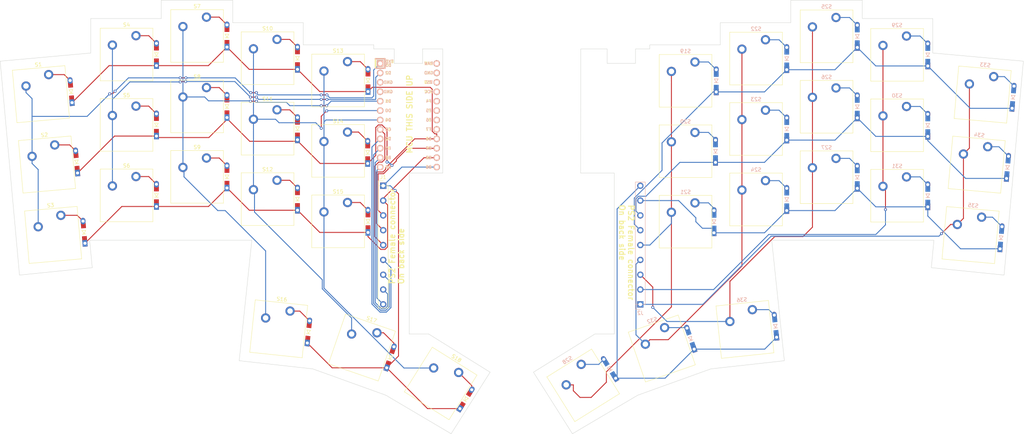
<source format=kicad_pcb>
(kicad_pcb (version 20221018) (generator pcbnew)
  (layers (0 "F.Cu" signal) (31 "B.Cu" signal) (34 "B.Paste" user) (35 "F.Paste" user) (36 "B.SilkS" user "B.Silkscreen") (37 "F.SilkS" user "F.Silkscreen") (38 "B.Mask" user) (39 "F.Mask" user) (44 "Edge.Cuts" user))
  (net 0 "")
  (net 1 "R4")
  (net 2 "Net-(D1-A)")
  (net 3 "Net-(D2-A)")
  (net 4 "Net-(D3-A)")
  (net 5 "Net-(D4-A)")
  (net 7 "Net-(D5-A)")
  (net 8 "R3")
  (net 9 "Net-(D6-A)")
  (net 10 "Net-(D7-A)")
  (net 11 "Net-(D8-A)")
  (net 12 "Net-(D9-A)")
  (net 13 "Net-(D10-A)")
  (net 14 "R2")
  (net 15 "Net-(D11-A)")
  (net 16 "Net-(D12-A)")
  (net 17 "Net-(D13-A)")
  (net 18 "Net-(D14-A)")
  (net 19 "Net-(D15-A)")
  (net 20 "R1")
  (net 21 "Net-(D16-A)")
  (net 22 "Net-(D17-A)")
  (net 23 "Net-(D18-A)")
  (net 24 "Net-(D19-A)")
  (net 25 "Net-(D20-A)")
  (net 26 "Net-(D21-A)")
  (net 27 "Net-(D22-A)")
  (net 28 "Net-(D23-A)")
  (net 29 "Net-(D24-A)")
  (net 30 "Net-(D25-A)")
  (net 31 "Net-(D26-A)")
  (net 32 "Net-(D27-A)")
  (net 33 "Net-(D28-A)")
  (net 34 "Net-(D29-A)")
  (net 35 "Net-(D30-A)")
  (net 36 "Net-(D31-A)")
  (net 37 "Net-(D32-A)")
  (net 38 "Net-(D33-A)")
  (net 39 "Net-(D34-A)")
  (net 40 "Net-(D35-A)")
  (net 41 "Net-(D36-A)")
  (net 42 "C6")
  (net 43 "C7")
  (net 44 "C8")
  (net 45 "C9")
  (net 46 "C10")
  (net 47 "C1")
  (net 48 "C2")
  (net 49 "C3")
  (net 50 "C4")
  (net 51 "C5")
  (net 52 "R4R")
  (net 53 "R3R")
  (net 54 "R2R")
  (net 55 "R1R")
  (net 56 "C10R")
  (net 57 "C9R")
  (net 58 "C8R")
  (net 59 "C7R")
  (net 60 "C6R")
  (footprint "Switch_Keyboard_Cherry_MX:SW_Cherry_MX_PCB_1.00u" (layer "F.Cu") (at 250.455964 94.699079)
    (fp_text reference "S31")
    (fp_text value "SW_Push")
  )
  (footprint "kbd:D3_TH_SMD_v2" (layer "F.Cu") (at 88.9 95.603631 90)
    (fp_text reference "D14" hide)
    (fp_text value "D_Small" hide)
  )
  (footprint "Switch_Keyboard_Cherry_MX:SW_Cherry_MX_PCB_1.00u" (layer "F.Cu") (at 212.455964 57.699079)
    (fp_text reference "S22")
    (fp_text value "SW_Push")
  )
  (footprint "Switch_Keyboard_Cherry_MX:SW_Cherry_MX_PCB_1.00u" (layer "F.Cu") (at 231.455964 51.699079)
    (fp_text reference "S25")
    (fp_text value "SW_Push")
  )
  (footprint "kbd:D3_TH_SMD_v2" (layer "F.Cu") (at 88.9 57.603631 90)
    (fp_text reference "D4" hide)
    (fp_text value "D_Small" hide)
  )
  (footprint "Switch_Keyboard_Cherry_MX:SW_Cherry_MX_PCB_1.00u" (layer "F.Cu") (at 61.847381 70.603631)
    (fp_text reference "S8")
    (fp_text value "SW_Push")
  )
  (footprint "Switch_Keyboard_Cherry_MX:SW_Cherry_MX_PCB_1.00u" (layer "F.Cu") (at 80.847381 76.603631)
    (fp_text reference "S11")
    (fp_text value "SW_Push")
  )
  (footprint "kbd:D3_TH_SMD_v2" (layer "F.Cu") (at 29.382957 85.577738 95)
    (fp_text reference "D6" hide)
    (fp_text value "D_Small" hide)
  )
  (footprint "Switch_Keyboard_Cherry_MX:SW_Cherry_MX_PCB_1.00u" (layer "F.Cu") (at 165.879855 145.841604 32)
    (fp_text reference "S28")
    (fp_text value "SW_Push")
  )
  (footprint "kbd:D3_TH_SMD_v2" (layer "F.Cu") (at 91.853649 131.434063 84)
    (fp_text reference "D16" hide)
    (fp_text value "D_Small" hide)
  )
  (footprint "Switch_Keyboard_Cherry_MX:SW_Cherry_MX_PCB_1.00u" (layer "F.Cu") (at 21.41117 86.275179 5)
    (fp_text reference "S2")
    (fp_text value "SW_Push")
  )
  (footprint "kbd:D3_TH_SMD_v2" (layer "F.Cu") (at 50.9 75.603631 90)
    (fp_text reference "D7" hide)
    (fp_text value "D_Small" hide)
  )
  (footprint "Switch_Keyboard_Cherry_MX:SW_Cherry_MX_PCB_1.00u" (layer "F.Cu") (at 271.900122 86.314073 -5)
    (fp_text reference "S34")
    (fp_text value "SW_Push")
  )
  (footprint "Switch_Keyboard_Cherry_MX:SW_Cherry_MX_PCB_1.00u" (layer "F.Cu") (at 42.847381 75.603631)
    (fp_text reference "S5")
    (fp_text value "SW_Push")
  )
  (footprint "kbd:D3_TH_SMD_v2" (layer "F.Cu") (at 69.9 89.603631 90)
    (fp_text reference "D13" hide)
    (fp_text value "D_Small" hide)
  )
  (footprint "kbd:D3_TH_SMD_v2" (layer "F.Cu") (at 27.9 66.6 95)
    (fp_text reference "D1" hide)
    (fp_text value "D_Small" hide)
  )
  (footprint "Switch_Keyboard_Cherry_MX:SW_Cherry_MX_PCB_1.00u" (layer "F.Cu") (at 42.847381 94.603631)
    (fp_text reference "S6")
    (fp_text value "SW_Push")
  )
  (footprint "Switch_Keyboard_Cherry_MX:SW_Cherry_MX_PCB_1.00u" (layer "F.Cu") (at 212.455964 76.699079)
    (fp_text reference "S23")
    (fp_text value "SW_Push")
  )
  (footprint "kbd:D3_TH_SMD_v2" (layer "F.Cu") (at 113.910976 138.2753 71)
    (fp_text reference "D17" hide)
    (fp_text value "D_Small" hide)
  )
  (footprint "kbd:D3_TH_SMD_v2" (layer "F.Cu") (at 107.823227 82.999079 90)
    (fp_text reference "D10" hide)
    (fp_text value "D_Small" hide)
  )
  (footprint "Switch_Keyboard_Cherry_MX:SW_Cherry_MX_PCB_1.00u" (layer "F.Cu") (at 250.455964 75.699079)
    (fp_text reference "S30")
    (fp_text value "SW_Push")
  )
  (footprint "kbd:D3_TH_SMD_v2" (layer "F.Cu") (at 107.9 63.6 90)
    (fp_text reference "D5" hide)
    (fp_text value "D_Small" hide)
  )
  (footprint "Switch_Keyboard_Cherry_MX:SW_Cherry_MX_PCB_1.00u" (layer "F.Cu") (at 193.455962 63.699079)
    (fp_text reference "S19")
    (fp_text value "SW_Push")
  )
  (footprint "Switch_Keyboard_Cherry_MX:SW_Cherry_MX_PCB_1.00u" (layer "F.Cu") (at 19.773893 67.305414 5)
    (fp_text reference "S1")
    (fp_text value "SW_Push")
  )
  (footprint "Switch_Keyboard_Cherry_MX:SW_Cherry_MX_PCB_1.00u" (layer "F.Cu") (at 61.847381 51.603631)
    (fp_text reference "S7")
    (fp_text value "SW_Push")
  )
  (footprint "Switch_Keyboard_Cherry_MX:SW_Cherry_MX_PCB_1.00u" (layer "F.Cu") (at 83.842328 130.592039 -6)
    (fp_text reference "S16")
    (fp_text value "SW_Push")
  )
  (footprint "Switch_Keyboard_Cherry_MX:SW_Cherry_MX_PCB_1.00u" (layer "F.Cu") (at 80.847381 57.603631)
    (fp_text reference "S10")
    (fp_text value "SW_Push")
  )
  (footprint "Switch_Keyboard_Cherry_MX:SW_Cherry_MX_PCB_1.00u" (layer "F.Cu") (at 231.455964 70.699079)
    (fp_text reference "S26")
    (fp_text value "SW_Push")
  )
  (footprint "Switch_Keyboard_Cherry_MX:SW_Cherry_MX_PCB_1.00u" (layer "F.Cu") (at 127.475976 145.33504 -32)
    (fp_text reference "S18")
    (fp_text value "SW_Push")
  )
  (footprint "Switch_Keyboard_Cherry_MX:SW_Cherry_MX_PCB_1.00u" (layer "F.Cu") (at 42.847381 56.603631)
    (fp_text reference "S4")
    (fp_text value "SW_Push")
  )
  (footprint "kbd:D3_TH_SMD_v2" (layer "F.Cu") (at 107.9 101.603631 90)
    (fp_text reference "D15" hide)
    (fp_text value "D_Small" hide)
  )
  (footprint "Switch_Keyboard_Cherry_MX:SW_Cherry_MX_PCB_1.00u" (layer "F.Cu") (at 106.260952 135.641185 -19)
    (fp_text reference "S17")
    (fp_text value "SW_Push")
  )
  (footprint "MX:1x9 4mm" (layer "F.Cu") (at 112 92)
    (fp_text reference "J1")
    (fp_text value "Conn_01x09")
  )
  (footprint "kbd:D3_TH_SMD_v2" (layer "F.Cu") (at 50.9 94.6 90)
    (fp_text reference "D12" hide)
    (fp_text value "D_Small" hide)
  )
  (footprint "kbd:D3_TH_SMD_v2" (layer "F.Cu") (at 69.9 70.603631 90)
    (fp_text reference "D8" hide)
    (fp_text value "D_Small" hide)
  )
  (footprint "Switch_Keyboard_Cherry_MX:SW_Cherry_MX_PCB_1.00u" (layer "F.Cu") (at 23.059801 105.263719 5)
    (fp_text reference "S3")
    (fp_text value "SW_Push")
  )
  (footprint "Switch_Keyboard_Cherry_MX:SW_Cherry_MX_PCB_1.00u" (layer "F.Cu") (at 193.455962 101.699079)
    (fp_text reference "S21")
    (fp_text value "SW_Push")
  )
  (footprint "Switch_Keyboard_Cherry_MX:SW_Cherry_MX_PCB_1.00u" (layer "F.Cu") (at 187.063343 135.903994 19)
    (fp_text reference "S32")
    (fp_text value "SW_Push")
  )
  (footprint "Switch_Keyboard_Cherry_MX:SW_Cherry_MX_PCB_1.00u" (layer "F.Cu") (at 99.847381 82.603631)
    (fp_text reference "S14")
    (fp_text value "SW_Push")
  )
  (footprint "kbd:D3_TH_SMD_v2" (layer "F.Cu") (at 50.9 56.6 90)
    (fp_text reference "D2" hide)
    (fp_text value "D_Small" hide)
  )
  (footprint "kbd:D3_TH_SMD_v2" (layer "F.Cu") (at 88.9 76.603631 90)
    (fp_text reference "D9" hide)
    (fp_text value "D_Small" hide)
  )
  (footprint "Switch_Keyboard_Cherry_MX:SW_Cherry_MX_PCB_1.00u" (layer "F.Cu") (at 231.455964 89.699079)
    (fp_text reference "S27")
    (fp_text value "SW_Push")
  )
  (footprint "Switch_Keyboard_Cherry_MX:SW_Cherry_MX_PCB_1.00u" (layer "F.Cu") (at 270.252106 105.311492 -5)
    (fp_text reference "S35")
    (fp_text value "SW_Push")
  )
  (footprint "Switch_Keyboard_Cherry_MX:SW_Cherry_MX_PCB_1.00u" (layer "F.Cu") (at 193.455962 82.699079)
    (fp_text reference "S20")
    (fp_text value "SW_Push")
  )
  (footprint "Switch_Keyboard_Cherry_MX:SW_Cherry_MX_PCB_1.00u" (layer "F.Cu") (at 99.847381 63.603631)
    (fp_text reference "S13")
    (fp_text value "SW_Push")
  )
  (footprint "kbd:D3_TH_SMD_v2" (layer "F.Cu") (at 134.260361 149.574394 58)
    (fp_text reference "D18" hide)
    (fp_text value "D_Small" hide)
  )
  (footprint "kbd:D3_TH_SMD_v2" (layer "F.Cu") (at 31.379293 104.535858 95)
    (fp_text reference "D11" hide)
    (fp_text value "D_Small" hide)
  )
  (footprint "Switch_Keyboard_Cherry_MX:SW_Cherry_MX_PCB_1.00u" (layer "F.Cu") (at 250.455964 56.699079)
    (fp_text reference "S29")
    (fp_text value "SW_Push")
  )
  (footprint "Switch_Keyboard_Cherry_MX:SW_Cherry_MX_PCB_1.00u" (layer "F.Cu") (at 273.509347 67.407972 -5)
    (fp_text reference "S33")
    (fp_text value "SW_Push")
  )
  (footprint "kbd:D3_TH_SMD_v2" (layer "F.Cu") (at 69.9 51.603631 90)
    (fp_text reference "D3" hide)
    (fp_text value "D_Small" hide)
  )
  (footprint "Switch_Keyboard_Cherry_MX:SW_Cherry_MX_PCB_1.00u" (layer "F.Cu") (at 80.847381 95.603631)
    (fp_text reference "S12")
    (fp_text value "SW_Push")
  )
  (footprint "Switch_Keyboard_Cherry_MX:SW_Cherry_MX_PCB_1.00u" (layer "F.Cu") (at 209.461031 130.748601 6)
    (fp_text reference "S36")
    (fp_text value "SW_Push")
  )
  (footprint "Switch_Keyboard_Cherry_MX:SW_Cherry_MX_PCB_1.00u" (layer "F.Cu") (at 61.847381 89.603631)
    (fp_text reference "S9")
    (fp_text value "SW_Push")
  )
  (footprint "Switch_Keyboard_Cherry_MX:SW_Cherry_MX_PCB_1.00u" (layer "F.Cu") (at 99.847381 101.603631)
    (fp_text reference "S15")
    (fp_text value "SW_Push")
  )
  (footprint "Switch_Keyboard_Cherry_MX:SW_Cherry_MX_PCB_1.00u" (layer "F.Cu") (at 212.455964 95.699079)
    (fp_text reference "S24")
    (fp_text value "SW_Push")
  )
  (footprint "Keebio-Parts:ArduinoProMicro" (layer "F.Cu") (at 118.8 73 -90)
    (fp_text reference "U2" hide)
    (fp_text value "Elite-C" hide)
  )
  (footprint "kbd:D3_TH_SMD_v2" (layer "B.Cu") (at 201.723227 63.699079 90)
    (fp_text reference "D19" hide)
    (fp_text value "D_Small" hide)
  )
  (footprint "kbd:D3_TH_SMD_v2" (layer "B.Cu") (at 220.723227 95.699079 90)
    (fp_text reference "D23" hide)
    (fp_text value "D_Small" hide)
  )
  (footprint "kbd:D3_TH_SMD_v2" (layer "B.Cu") (at 258.723227 56.695448 90)
    (fp_text reference "D28" hide)
    (fp_text value "D_Small" hide)
  )
  (footprint "kbd:D3_TH_SMD_v2" (layer "B.Cu") (at 201.523227 82.699079 90)
    (fp_text reference "D20" hide)
    (fp_text value "D_Small" hide)
  )
  (footprint "kbd:D3_TH_SMD_v2" (layer "B.Cu") (at 258.723227 75.695448 90)
    (fp_text reference "D29" hide)
    (fp_text value "D_Small" hide)
  )
  (footprint "kbd:D3_TH_SMD_v2" (layer "B.Cu") (at 201.123227 101.699079 90)
    (fp_text reference "D36" hide)
    (fp_text value "D_Small" hide)
  )
  (footprint "kbd:D3_TH_SMD_v2" (layer "B.Cu") (at 217.678961 129.884862 96)
    (fp_text reference "D35" hide)
    (fp_text value "D_Small" hide)
  )
  (footprint "kbd:D3_TH_SMD_v2" (layer "B.Cu") (at 278.451155 106.028815 85)
    (fp_text reference "D34" hide)
    (fp_text value "D_Small" hide)
  )
  (footprint "kbd:D3_TH_SMD_v2" (layer "B.Cu") (at 281.692834 68.123934 85)
    (fp_text reference "D32" hide)
    (fp_text value "D_Small" hide)
  )
  (footprint "kbd:D3_TH_SMD_v2" (layer "B.Cu") (at 194.807751 133.237381 109)
    (fp_text reference "D31" hide)
    (fp_text value "D_Small" hide)
  )
  (footprint "kbd:D3_TH_SMD_v2" (layer "B.Cu") (at 220.723227 76.695448 90)
    (fp_text reference "D22" hide)
    (fp_text value "D_Small" hide)
  )
  (footprint "kbd:D3_TH_SMD_v2" (layer "B.Cu") (at 280.200155 87.040232 85)
    (fp_text reference "D33" hide)
    (fp_text value "D_Small" hide)
  )
  (footprint "kbd:D3_TH_SMD_v2" (layer "B.Cu") (at 220.723227 57.699079 90)
    (fp_text reference "D21" hide)
    (fp_text value "D_Small" hide)
  )
  (footprint "MX:1x9 4mm" (layer "B.Cu") (at 181.275976 124)
    (fp_text reference "J2")
    (fp_text value "Conn_01x09")
  )
  (footprint "kbd:D3_TH_SMD_v2" (layer "B.Cu") (at 239.723227 70.699079 90)
    (fp_text reference "D25" hide)
    (fp_text value "D_Small" hide)
  )
  (footprint "kbd:D3_TH_SMD_v2" (layer "B.Cu") (at 173.023156 141.377974 122)
    (fp_text reference "D27" hide)
    (fp_text value "D_Small" hide)
  )
  (footprint "kbd:D3_TH_SMD_v2" (layer "B.Cu") (at 239.723227 51.699079 90)
    (fp_text reference "D24" hide)
    (fp_text value "D_Small" hide)
  )
  (footprint "kbd:D3_TH_SMD_v2" (layer "B.Cu") (at 239.723227 89.699079 90)
    (fp_text reference "D26" hide)
    (fp_text value "D_Small" hide)
  )
  (footprint "kbd:D3_TH_SMD_v2" (layer "B.Cu") (at 258.723227 94.699079 90)
    (fp_text reference "D30" hide)
    (fp_text value "D_Small" hide)
  )
  (gr_line (start 81.5 48) (end 90.45 48) (stroke (width 0.1)) (layer "Edge.Cuts"))
  (gr_line (start 119 132) (end 124.25 132) (stroke (width 0.1)) (layer "Edge.Cuts"))
  (gr_line (start 112.7 148.5) (end 93 141.4) (stroke (width 0.1)) (layer "Edge.Cuts"))
  (gr_line (start 14 116.1) (end 8.8 58.4) (stroke (width 0.1)) (layer "Edge.Cuts"))
  (gr_line (start 119 90.4) (end 119 132) (stroke (width 0.1)) (layer "Edge.Cuts"))
  (gr_line (start 124.25 132) (end 140.8 142.3) (stroke (width 0.1)) (layer "Edge.Cuts"))
  (gr_line (start 71.45 41.95) (end 71.45 48) (stroke (width 0.1)) (layer "Edge.Cuts"))
  (gr_line (start 32.9 106.7) (end 56.8 106.7) (stroke (width 0.1)) (layer "Edge.Cuts"))
  (gr_line (start 122.6 59) (end 122.6 55.1) (stroke (width 0.1)) (layer "Edge.Cuts"))
  (gr_line (start 114.95 59) (end 122.6 59) (stroke (width 0.1)) (layer "Edge.Cuts"))
  (gr_line (start 33.6 114.1) (end 32.9 106.7) (stroke (width 0.1)) (layer "Edge.Cuts"))
  (gr_line (start 109.45 54) (end 109.45 55.1) (stroke (width 0.1)) (layer "Edge.Cuts"))
  (gr_poly (pts (xy 162.975976 158.9) (xy 180.575976 148.5) (xy 200.275976 141.4) (xy 220.075976 139.2) (xy 216.675976 106.7) (xy 260.375976 106.7) (xy 259.675976 114.1) (xy 279.275976 116.1) (xy 284.475976 58.4) (xy 260.075976 56.2) (xy 260.075976 46.9) (xy 241.075976 46.9) (xy 241.075976 41.95) (xy 221.825976 41.95) (xy 221.825976 48) (xy 202.825976 48) (xy 202.825976 54) (xy 183.825976 54) (xy 183.825976 55.1) (xy 179.975976 55.1) (xy 179.975976 59) (xy 172.325976 59) (xy 172.325976 55.1) (xy 165.225976 55.1) (xy 165.175976 88.6) (xy 174.275976 88.6) (xy 174.275976 132) (xy 169.025976 132) (xy 152.475976 142.3)) (stroke (width 0.1)) (fill none) (layer "Edge.Cuts"))
  (gr_line (start 33.2 56.2) (end 33.2 46.9) (stroke (width 0.1)) (layer "Edge.Cuts"))
  (gr_line (start 90.45 48) (end 90.45 54) (stroke (width 0.1)) (layer "Edge.Cuts"))
  (gr_line (start 128.05 88.6) (end 119 88.6) (stroke (width 0.1)) (layer "Edge.Cuts"))
  (gr_line (start 56.8 106.7) (end 76.6 106.7) (stroke (width 0.1)) (layer "Edge.Cuts"))
  (gr_line (start 14 116.1) (end 33.6 114.1) (stroke (width 0.1)) (layer "Edge.Cuts"))
  (gr_line (start 109.45 55.1) (end 114.95 55.1) (stroke (width 0.1)) (layer "Edge.Cuts"))
  (gr_line (start 130.3 158.9) (end 140.8 142.3) (stroke (width 0.1)) (layer "Edge.Cuts"))
  (gr_line (start 52.2 41.95) (end 71.45 41.95) (stroke (width 0.1)) (layer "Edge.Cuts"))
  (gr_line (start 33.2 46.9) (end 52.2 46.9) (stroke (width 0.1)) (layer "Edge.Cuts"))
  (gr_line (start 93 141.4) (end 73.2 139.2) (stroke (width 0.1)) (layer "Edge.Cuts"))
  (gr_line (start 128.05 55.1) (end 128.05 88.6) (stroke (width 0.1)) (layer "Edge.Cuts"))
  (gr_line (start 130.3 158.9) (end 112.7 148.5) (stroke (width 0.1)) (layer "Edge.Cuts"))
  (gr_line (start 119 88.6) (end 119 90.4) (stroke (width 0.1)) (layer "Edge.Cuts"))
  (gr_line (start 8.8 58.4) (end 33.2 56.2) (stroke (width 0.1)) (layer "Edge.Cuts"))
  (gr_line (start 71.45 48) (end 81.5 48) (stroke (width 0.1)) (layer "Edge.Cuts"))
  (gr_line (start 73.2 139.2) (end 76.6 106.7) (stroke (width 0.1)) (layer "Edge.Cuts"))
  (gr_line (start 52.2 46.9) (end 52.2 41.95) (stroke (width 0.1)) (layer "Edge.Cuts"))
  (gr_line (start 122.6 55.1) (end 128.05 55.1) (stroke (width 0.1)) (layer "Edge.Cuts"))
  (gr_line (start 114.95 55.1) (end 114.95 59) (stroke (width 0.1)) (layer "Edge.Cuts"))
  (gr_line (start 90.45 54) (end 109.45 54) (stroke (width 0.1)) (layer "Edge.Cuts"))
  (gr_text "PS2 Female connector\nOn back side" (at 117.723227 118.699079 90) (layer "F.SilkS") (effects (font (size 1.5 1.5) (thickness 0.3) bold) (justify left bottom)))
  (gr_text "PS2 Female connector\nOn back side" (at 175.473227 96.949079 -90) (layer "F.SilkS") (effects (font (size 1.5 1.5) (thickness 0.3) bold) (justify left bottom)))
  (gr_text "MCU THIS SIDE UP" (at 119.973227 83.449079 90) (layer "F.SilkS") (effects (font (size 1.5 1.5) (thickness 0.3) bold) (justify left bottom)))
  (segment (start 110.173227 88.299079) (end 111.923227 88.299079) (width 0.25) (layer "F.Cu") (net 1))
  (segment (start 112.623227 87.599079) (end 112.623227 87.199079) (width 0.25) (layer "F.Cu") (net 1))
  (segment (start 50.9 59.6) (end 64.903631 59.6) (width 0.25) (layer "F.Cu") (net 1))
  (segment (start 125.2187 77.307595) (end 125.922405 78.0113) (width 0.25) (layer "F.Cu") (net 1))
  (segment (start 112.623227 87.199079) (end 120.472306 79.35) (width 0.25) (layer "F.Cu") (net 1))
  (segment (start 64.903631 59.6) (end 69.9 54.603631) (width 0.25) (layer "F.Cu") (net 1))
  (segment (start 38.150051 59.6) (end 50.9 59.6) (width 0.25) (layer "F.Cu") (net 1))
  (segment (start 94.896369 66.6) (end 88.9 60.603631) (width 0.25) (layer "F.Cu") (net 1))
  (segment (start 125.922405 78.0113) (end 126.42 78.0113) (width 0.25) (layer "F.Cu") (net 1))
  (segment (start 109.0513 65.4487) (end 124.672848 65.4487) (width 0.25) (layer "F.Cu") (net 1))
  (segment (start 112 104) (end 110.173227 102.173227) (width 0.25) (layer "F.Cu") (net 1))
  (segment (start 107.9 66.6) (end 109.0513 65.4487) (width 0.25) (layer "F.Cu") (net 1))
  (segment (start 110.173227 102.173227) (end 110.173227 88.299079) (width 0.25) (layer "F.Cu") (net 1))
  (segment (start 28.161467 69.588584) (end 38.150051 59.6) (width 0.25) (layer "F.Cu") (net 1))
  (segment (start 88.9 60.603631) (end 75.9 60.603631) (width 0.25) (layer "F.Cu") (net 1))
  (segment (start 124.672848 65.4487) (end 125.2187 65.994552) (width 0.25) (layer "F.Cu") (net 1))
  (segment (start 111.923227 88.299079) (end 112.623227 87.599079) (width 0.25) (layer "F.Cu") (net 1))
  (segment (start 107.9 66.6) (end 94.896369 66.6) (width 0.25) (layer "F.Cu") (net 1))
  (segment (start 120.472306 79.35) (end 126.42 79.35) (width 0.25) (layer "F.Cu") (net 1))
  (segment (start 126.42 78.0113) (end 126.42 79.35) (width 0.25) (layer "F.Cu") (net 1))
  (segment (start 75.9 60.603631) (end 69.9 54.603631) (width 0.25) (layer "F.Cu") (net 1))
  (segment (start 125.2187 65.994552) (end 125.2187 77.307595) (width 0.25) (layer "F.Cu") (net 1))
  (segment (start 26.050486 62.023369) (end 27.638533 63.611416) (width 0.25) (layer "F.Cu") (net 2))
  (segment (start 21.861476 62.023369) (end 26.050486 62.023369) (width 0.25) (layer "F.Cu") (net 2))
  (segment (start 45.387381 51.523631) (end 48.823631 51.523631) (width 0.25) (layer "F.Cu") (net 3))
  (segment (start 48.823631 51.523631) (end 50.9 53.6) (width 0.25) (layer "F.Cu") (net 3))
  (segment (start 64.387381 46.523631) (end 67.82 46.523631) (width 0.25) (layer "F.Cu") (net 4))
  (segment (start 67.82 46.523631) (end 69.9 48.603631) (width 0.25) (layer "F.Cu") (net 4))
  (segment (start 86.82 52.523631) (end 88.9 54.603631) (width 0.25) (layer "F.Cu") (net 5))
  (segment (start 83.387381 52.523631) (end 86.82 52.523631) (width 0.25) (layer "F.Cu") (net 5))
  (segment (start 102.387381 58.523631) (end 105.823631 58.523631) (width 0.25) (layer "F.Cu") (net 7))
  (segment (start 105.823631 58.523631) (end 107.9 60.6) (width 0.25) (layer "F.Cu") (net 7))
  (segment (start 107.823227 85.999079) (end 95.019596 85.999079) (width 0.25) (layer "F.Cu") (net 8))
  (segment (start 113.023227 76.954332) (end 113.023227 85.599079) (width 0.25) (layer "F.Cu") (net 8))
  (segment (start 95.019596 85.999079) (end 89.023227 80.00271) (width 0.25) (layer "F.Cu") (net 8))
  (segment (start 110.673227 88.749079) (end 110.623227 88.799079) (width 0.25) (layer "F.Cu") (net 8))
  (segment (start 110.623227 88.799079) (end 110.623227 98.623227) (width 0.25) (layer "F.Cu") (net 8))
  (segment (start 110.623227 98.623227) (end 112 100) (width 0.25) (layer "F.Cu") (net 8))
  (segment (start 118.568702 81.89) (end 115.541425 84.917277) (width 0.25) (layer "F.Cu") (net 8))
  (segment (start 109.9787 76.312405) (end 110.682405 75.6087) (width 0.25) (layer "F.Cu") (net 8))
  (segment (start 112.109623 88.749079) (end 110.673227 88.749079) (width 0.25) (layer "F.Cu") (net 8))
  (segment (start 76.023227 80.00271) (end 70.023227 74.00271) (width 0.25) (layer "F.Cu") (net 8))
  (segment (start 109.9787 83.843606) (end 109.9787 76.312405) (width 0.25) (layer "F.Cu") (net 8))
  (segment (start 110.682405 75.6087) (end 111.677595 75.6087) (width 0.25) (layer "F.Cu") (net 8))
  (segment (start 115.541425 84.917277) (end 115.541425 85.317277) (width 0.25) (layer "F.Cu") (net 8))
  (segment (start 39.607115 78.603631) (end 29.644424 88.566322) (width 0.25) (layer "F.Cu") (net 8))
  (segment (start 111.677595 75.6087) (end 113.023227 76.954332) (width 0.25) (layer "F.Cu") (net 8))
  (segment (start 107.823227 85.999079) (end 109.9787 83.843606) (width 0.25) (layer "F.Cu") (net 8))
  (segment (start 89.023227 80.00271) (end 76.023227 80.00271) (width 0.25) (layer "F.Cu") (net 8))
  (segment (start 65.026858 78.999079) (end 51.023227 78.999079) (width 0.25) (layer "F.Cu") (net 8))
  (segment (start 126.42 81.89) (end 118.568702 81.89) (width 0.25) (layer "F.Cu") (net 8))
  (segment (start 114.341425 86.517277) (end 112.109623 88.749079) (width 0.25) (layer "F.Cu") (net 8))
  (segment (start 70.023227 74.00271) (end 65.026858 78.999079) (width 0.25) (layer "F.Cu") (net 8))
  (segment (start 50.9 78.603631) (end 39.607115 78.603631) (width 0.25) (layer "F.Cu") (net 8))
  (segment (start 115.541425 85.317277) (end 114.341425 86.517277) (width 0.25) (layer "F.Cu") (net 8))
  (via (at 114.341425 86.517277) (size 0.8) (drill 0.4) (layers "F.Cu" "B.Cu") (net 8))
  (via (at 113.023227 85.599079) (size 0.8) (drill 0.4) (layers "F.Cu" "B.Cu") (net 8))
  (segment (start 113.023227 85.599079) (end 113.423227 85.599079) (width 0.25) (layer "B.Cu") (net 8))
  (segment (start 113.423227 85.599079) (end 114.341425 86.517277) (width 0.25) (layer "B.Cu") (net 8))
  (segment (start 27.52547 80.993134) (end 29.12149 82.589154) (width 0.25) (layer "F.Cu") (net 9))
  (segment (start 23.498753 80.993134) (end 27.52547 80.993134) (width 0.25) (layer "F.Cu") (net 9))
  (segment (start 48.82 70.523631) (end 50.9 72.603631) (width 0.25) (layer "F.Cu") (net 10))
  (segment (start 45.387381 70.523631) (end 48.82 70.523631) (width 0.25) (layer "F.Cu") (net 10))
  (segment (start 67.82 65.523631) (end 69.9 67.603631) (width 0.25) (layer "F.Cu") (net 11))
  (segment (start 64.387381 65.523631) (end 67.82 65.523631) (width 0.25) (layer "F.Cu") (net 11))
  (segment (start 86.82 71.523631) (end 88.9 73.603631) (width 0.25) (layer "F.Cu") (net 12))
  (segment (start 83.387381 71.523631) (end 86.82 71.523631) (width 0.25) (layer "F.Cu") (net 12))
  (segment (start 105.347779 77.523631) (end 102.387381 77.523631) (width 0.25) (layer "F.Cu") (net 13))
  (segment (start 107.823227 79.999079) (end 105.347779 77.523631) (width 0.25) (layer "F.Cu") (net 13))
  (segment (start 122.993223 84.43) (end 126.42 84.43) (width 0.25) (layer "F.Cu") (net 14))
  (segment (start 112 95.423223) (end 122.993223 84.43) (width 0.25) (layer "F.Cu") (net 14))
  (segment (start 107.9 105.742631) (end 111.332369 109.175) (width 0.25) (layer "F.Cu") (net 14))
  (segment (start 107.9 104.603631) (end 107.9 105.742631) (width 0.25) (layer "F.Cu") (net 14))
  (segment (start 50.923227 97.599079) (end 64.926858 97.599079) (width 0.25) (layer "F.Cu") (net 14))
  (segment (start 64.926858 97.599079) (end 69.923227 92.60271) (width 0.25) (layer "F.Cu") (net 14))
  (segment (start 75.923227 98.60271) (end 69.923227 92.60271) (width 0.25) (layer "F.Cu") (net 14))
  (segment (start 88.923227 98.60271) (end 75.923227 98.60271) (width 0.25) (layer "F.Cu") (net 14))
  (segment (start 94.919596 104.599079) (end 88.923227 98.60271) (width 0.25) (layer "F.Cu") (net 14))
  (segment (start 111.332369 109.175) (end 112.486701 109.175) (width 0.25) (layer "F.Cu") (net 14))
  (segment (start 107.923227 104.599079) (end 94.919596 104.599079) (width 0.25) (layer "F.Cu") (net 14))
  (segment (start 113.175 97.175) (end 112 96) (width 0.25) (layer "F.Cu") (net 14))
  (segment (start 112.486701 109.175) (end 113.175 108.486701) (width 0.25) (layer "F.Cu") (net 14))
  (segment (start 113.175 108.486701) (end 113.175 97.175) (width 0.25) (layer "F.Cu") (net 14))
  (segment (start 31.64076 107.524442) (end 41.565202 97.6) (width 0.25) (layer "F.Cu") (net 14))
  (segment (start 41.565202 97.6) (end 50.9 97.6) (width 0.25) (layer "F.Cu") (net 14))
  (segment (start 112 96) (end 112 95.423223) (width 0.25) (layer "F.Cu") (net 14))
  (segment (start 29.552226 99.981674) (end 31.117826 101.547274) (width 0.25) (layer "F.Cu") (net 15))
  (segment (start 25.147384 99.981674) (end 29.552226 99.981674) (width 0.25) (layer "F.Cu") (net 15))
  (segment (start 48.823631 89.523631) (end 50.9 91.6) (width 0.25) (layer "F.Cu") (net 16))
  (segment (start 45.387381 89.523631) (end 48.823631 89.523631) (width 0.25) (layer "F.Cu") (net 16))
  (segment (start 64.387381 84.523631) (end 67.82 84.523631) (width 0.25) (layer "F.Cu") (net 17))
  (segment (start 67.82 84.523631) (end 69.9 86.603631) (width 0.25) (layer "F.Cu") (net 17))
  (segment (start 86.82 90.523631) (end 88.9 92.603631) (width 0.25) (layer "F.Cu") (net 18))
  (segment (start 83.387381 90.523631) (end 86.82 90.523631) (width 0.25) (layer "F.Cu") (net 18))
  (segment (start 102.387381 96.523631) (end 105.82 96.523631) (width 0.25) (layer "F.Cu") (net 19))
  (segment (start 105.82 96.523631) (end 107.9 98.603631) (width 0.25) (layer "F.Cu") (net 19))
  (segment (start 116.123227 137.922901) (end 116.123227 94.199079) (width 0.25) (layer "F.Cu") (net 20))
  (segment (start 123.940954 152.118538) (end 132.670603 152.118538) (width 0.25) (layer "F.Cu") (net 20))
  (segment (start 91.540064 134.417629) (end 98.234291 141.111856) (width 0.25) (layer "F.Cu") (net 20))
  (segment (start 112.934272 141.111856) (end 123.940954 152.118538) (width 0.25) (layer "F.Cu") (net 20))
  (segment (start 116.123227 94.199079) (end 115.223227 93.299079) (width 0.25) (layer "F.Cu") (net 20))
  (segment (start 98.234291 141.111856) (end 112.934272 141.111856) (width 0.25) (layer "F.Cu") (net 20))
  (segment (start 112.934272 141.111856) (end 116.123227 137.922901) (width 0.25) (layer "F.Cu") (net 20))
  (via (at 115.223227 93.299079) (size 0.8) (drill 0.4) (layers "F.Cu" "B.Cu") (net 20))
  (segment (start 117.03 86.97) (end 126.42 86.97) (width 0.25) (layer "B.Cu") (net 20))
  (segment (start 112 92) (end 117.03 86.97) (width 0.25) (layer "B.Cu") (net 20))
  (segment (start 113.924148 92) (end 112 92) (width 0.25) (layer "B.Cu") (net 20))
  (segment (start 115.223227 93.299079) (end 113.924148 92) (width 0.25) (layer "B.Cu") (net 20))
  (segment (start 86.899418 125.80537) (end 89.522107 125.80537) (width 0.25) (layer "F.Cu") (net 21))
  (segment (start 89.522107 125.80537) (end 92.167234 128.450497) (width 0.25) (layer "F.Cu") (net 21))
  (segment (start 112.089042 131.664894) (end 110.316455 131.664894) (width 0.25) (layer "F.Cu") (net 22))
  (segment (start 114.88768 135.438744) (end 114.88768 134.463532) (width 0.25) (layer "F.Cu") (net 22))
  (segment (start 114.88768 134.463532) (end 112.089042 131.664894) (width 0.25) (layer "F.Cu") (net 22))
  (segment (start 135.850119 145.901062) (end 135.850119 147.03025) (width 0.25) (layer "F.Cu") (net 23))
  (segment (start 132.322008 142.372951) (end 135.850119 145.901062) (width 0.25) (layer "F.Cu") (net 23))
  (segment (start 199.643227 58.619079) (end 201.723227 60.699079) (width 0.25) (layer "B.Cu") (net 24))
  (segment (start 195.995962 58.619079) (end 199.643227 58.619079) (width 0.25) (layer "B.Cu") (net 24))
  (segment (start 195.995962 77.619079) (end 199.643227 77.619079) (width 0.25) (layer "B.Cu") (net 25))
  (segment (start 201.223227 79.199079) (end 201.223227 79.699079) (width 0.25) (layer "B.Cu") (net 25))
  (segment (start 201.523227 79.499079) (end 201.523227 79.699079) (width 0.25) (layer "B.Cu") (net 25))
  (segment (start 199.643227 77.619079) (end 201.523227 79.499079) (width 0.25) (layer "B.Cu") (net 25))
  (segment (start 218.643227 52.619079) (end 220.723227 54.699079) (width 0.25) (layer "B.Cu") (net 26))
  (segment (start 214.995964 52.619079) (end 218.643227 52.619079) (width 0.25) (layer "B.Cu") (net 26))
  (segment (start 218.646858 71.619079) (end 220.723227 73.695448) (width 0.25) (layer "B.Cu") (net 27))
  (segment (start 214.995964 71.619079) (end 218.646858 71.619079) (width 0.25) (layer "B.Cu") (net 27))
  (segment (start 214.995964 90.619079) (end 218.643227 90.619079) (width 0.25) (layer "B.Cu") (net 28))
  (segment (start 218.643227 90.619079) (end 220.723227 92.699079) (width 0.25) (layer "B.Cu") (net 28))
  (segment (start 233.995964 46.619079) (end 237.643227 46.619079) (width 0.25) (layer "B.Cu") (net 29))
  (segment (start 237.643227 46.619079) (end 239.723227 48.699079) (width 0.25) (layer "B.Cu") (net 29))
  (segment (start 237.643227 65.619079) (end 239.723227 67.699079) (width 0.25) (layer "B.Cu") (net 30))
  (segment (start 233.995964 65.619079) (end 237.643227 65.619079) (width 0.25) (layer "B.Cu") (net 30))
  (segment (start 233.995964 84.619079) (end 237.643227 84.619079) (width 0.25) (layer "B.Cu") (net 31))
  (segment (start 237.643227 84.619079) (end 239.723227 86.699079) (width 0.25) (layer "B.Cu") (net 31))
  (segment (start 170.079703 140.187525) (end 171.433398 138.83383) (width 0.25) (layer "B.Cu") (net 32))
  (segment (start 165.341907 140.187525) (end 170.079703 140.187525) (width 0.25) (layer "B.Cu") (net 32))
  (segment (start 252.995964 51.619079) (end 256.646858 51.619079) (width 0.25) (layer "B.Cu") (net 33))
  (segment (start 256.646858 51.619079) (end 258.723227 53.695448) (width 0.25) (layer "B.Cu") (net 33))
  (segment (start 256.646858 70.619079) (end 258.723227 72.695448) (width 0.25) (layer "B.Cu") (net 34))
  (segment (start 252.995964 70.619079) (end 256.646858 70.619079) (width 0.25) (layer "B.Cu") (net 34))
  (segment (start 256.643227 89.619079) (end 258.723227 91.699079) (width 0.25) (layer "B.Cu") (net 35))
  (segment (start 252.995964 89.619079) (end 256.643227 89.619079) (width 0.25) (layer "B.Cu") (net 35))
  (segment (start 193.704039 130.273817) (end 193.831047 130.400825) (width 0.25) (layer "B.Cu") (net 36))
  (segment (start 187.811074 130.273817) (end 193.704039 130.273817) (width 0.25) (layer "B.Cu") (net 36))
  (segment (start 279.38763 62.568679) (end 281.954301 65.13535) (width 0.25) (layer "B.Cu") (net 37))
  (segment (start 276.482433 62.568679) (end 279.38763 62.568679) (width 0.25) (layer "B.Cu") (net 37))
  (segment (start 274.873208 81.47478) (end 277.884754 81.47478) (width 0.25) (layer "B.Cu") (net 38))
  (segment (start 277.884754 81.47478) (end 280.461622 84.051648) (width 0.25) (layer "B.Cu") (net 38))
  (segment (start 273.225192 100.472199) (end 276.14459 100.472199) (width 0.25) (layer "B.Cu") (net 39))
  (segment (start 276.14459 100.472199) (end 278.712622 103.040231) (width 0.25) (layer "B.Cu") (net 39))
  (segment (start 211.456112 125.430927) (end 215.895007 125.430927) (width 0.25) (layer "B.Cu") (net 40))
  (segment (start 215.895007 125.430927) (end 217.365376 126.901296) (width 0.25) (layer "B.Cu") (net 40))
  (segment (start 195.995962 96.619079) (end 199.646858 96.619079) (width 0.25) (layer "B.Cu") (net 41))
  (segment (start 201.123227 98.699079) (end 201.123227 98.095448) (width 0.25) (layer "B.Cu") (net 41))
  (segment (start 201.123227 98.095448) (end 199.646858 96.619079) (width 0.25) (layer "B.Cu") (net 41))
  (segment (start 112.423227 78.053227) (end 111.18 76.81) (width 0.25) (layer "F.Cu") (net 42))
  (segment (start 112.423227 84.885668) (end 112.423227 78.053227) (width 0.25) (layer "F.Cu") (net 42))
  (segment (start 109.723227 105.723227) (end 109.723227 86.699079) (width 0.25) (layer "F.Cu") (net 42))
  (segment (start 111.677595 85.6313) (end 112.423227 84.885668) (width 0.25) (layer "F.Cu") (net 42))
  (segment (start 110.791006 85.6313) (end 111.677595 85.6313) (width 0.25) (layer "F.Cu") (net 42))
  (segment (start 112 108) (end 109.723227 105.723227) (width 0.25) (layer "F.Cu") (net 42))
  (segment (start 109.723227 86.699079) (end 110.791006 85.6313) (width 0.25) (layer "F.Cu") (net 42))
  (segment (start 108.9537 123.902344) (end 108.9537 81.5763) (width 0.25) (layer "B.Cu") (net 43))
  (segment (start 114.075 114.075) (end 114.075 124.859493) (width 0.25) (layer "B.Cu") (net 43))
  (segment (start 111.150435 126.099079) (end 108.9537 123.902344) (width 0.25) (layer "B.Cu") (net 43))
  (segment (start 114.075 124.859493) (end 112.835414 126.099079) (width 0.25) (layer "B.Cu") (net 43))
  (segment (start 112 112) (end 114.075 114.075) (width 0.25) (layer "B.Cu") (net 43))
  (segment (start 112.835414 126.099079) (end 111.150435 126.099079) (width 0.25) (layer "B.Cu") (net 43))
  (segment (start 108.9537 81.5763) (end 111.18 79.35) (width 0.25) (layer "B.Cu") (net 43))
  (segment (start 109.4037 123.715948) (end 109.4037 83.6663) (width 0.25) (layer "B.Cu") (net 44))
  (segment (start 113.625 117.625) (end 113.625 124.673097) (width 0.25) (layer "B.Cu") (net 44))
  (segment (start 109.4037 83.6663) (end 111.18 81.89) (width 0.25) (layer "B.Cu") (net 44))
  (segment (start 112.649018 125.649079) (end 111.336831 125.649079) (width 0.25) (layer "B.Cu") (net 44))
  (segment (start 113.625 124.673097) (end 112.649018 125.649079) (width 0.25) (layer "B.Cu") (net 44))
  (segment (start 112 116) (end 113.625 117.625) (width 0.25) (layer "B.Cu") (net 44))
  (segment (start 111.336831 125.649079) (end 109.4037 123.715948) (width 0.25) (layer "B.Cu") (net 44))
  (segment (start 113.175 121.175) (end 113.175 124.486701) (width 0.25) (layer "B.Cu") (net 45))
  (segment (start 112.462622 125.199079) (end 111.523227 125.199079) (width 0.25) (layer "B.Cu") (net 45))
  (segment (start 111.523227 125.199079) (end 109.8537 123.529552) (width 0.25) (layer "B.Cu") (net 45))
  (segment (start 113.175 124.486701) (end 112.462622 125.199079) (width 0.25) (layer "B.Cu") (net 45))
  (segment (start 109.8537 123.529552) (end 109.8537 85.7563) (width 0.25) (layer "B.Cu") (net 45))
  (segment (start 112 120) (end 113.175 121.175) (width 0.25) (layer "B.Cu") (net 45))
  (segment (start 109.8537 85.7563) (end 111.18 84.43) (width 0.25) (layer "B.Cu") (net 45))
  (segment (start 110.3037 122.3037) (end 110.3037 87.8463) (width 0.25) (layer "B.Cu") (net 46))
  (segment (start 112 124) (end 110.3037 122.3037) (width 0.25) (layer "B.Cu") (net 46))
  (segment (start 110.3037 87.8463) (end 111.18 86.97) (width 0.25) (layer "B.Cu") (net 46))
  (segment (start 77.823227 66.899079) (end 76.312881 66.899079) (width 0.25) (layer "F.Cu") (net 47))
  (segment (start 57.312881 62.899079) (end 58.823227 62.899079) (width 0.25) (layer "F.Cu") (net 47))
  (segment (start 39.061881 67.199079) (end 39.761881 66.499079) (width 0.25) (layer "F.Cu") (net 47))
  (segment (start 38.312881 67.199079) (end 39.061881 67.199079) (width 0.25) (layer "F.Cu") (net 47))
  (segment (start 96.823227 67.499079) (end 95.312881 67.499079) (width 0.25) (layer "F.Cu") (net 47))
  (via (at 76.312881 66.899079) (size 0.8) (drill 0.4) (layers "F.Cu" "B.Cu") (net 47))
  (via (at 77.823227 66.899079) (size 0.8) (drill 0.4) (layers "F.Cu" "B.Cu") (net 47))
  (via (at 96.823227 67.499079) (size 0.8) (drill 0.4) (layers "F.Cu" "B.Cu") (net 47))
  (via (at 57.312881 62.899079) (size 0.8) (drill 0.4) (layers "F.Cu" "B.Cu") (net 47))
  (via (at 58.823227 62.899079) (size 0.8) (drill 0.4) (layers "F.Cu" "B.Cu") (net 47))
  (via (at 38.312881 67.199079) (size 0.8) (drill 0.4) (layers "F.Cu" "B.Cu") (net 47))
  (via (at 95.312881 67.499079) (size 0.8) (drill 0.4) (layers "F.Cu" "B.Cu") (net 47))
  (via (at 39.761881 66.499079) (size 0.8) (drill 0.4) (layers "F.Cu" "B.Cu") (net 47))
  (segment (start 43.361881 62.899079) (end 57.312881 62.899079) (width 0.25) (layer "B.Cu") (net 47))
  (segment (start 17.394293 73.299079) (end 17.394293 84.076908) (width 0.25) (layer "B.Cu") (net 47))
  (segment (start 72.108306 62.899079) (end 58.823227 62.899079) (width 0.25) (layer "B.Cu") (net 47))
  (segment (start 95.312881 67.499079) (end 78.273227 67.499079) (width 0.25) (layer "B.Cu") (net 47))
  (segment (start 97.614148 68.29) (end 108.932306 68.29) (width 0.25) (layer "B.Cu") (net 47))
  (segment (start 76.312881 66.899079) (end 76.108306 66.899079) (width 0.25) (layer "B.Cu") (net 47))
  (segment (start 109.423227 60.786773) (end 111.18 59.03) (width 0.25) (layer "B.Cu") (net 47))
  (segment (start 96.823227 67.499079) (end 97.614148 68.29) (width 0.25) (layer "B.Cu") (net 47))
  (segment (start 77.823227 67.049079) (end 77.823227 66.899079) (width 0.25) (layer "B.Cu") (net 47))
  (segment (start 17.394293 73.299079) (end 32.212881 73.299079) (width 0.25) (layer "B.Cu") (net 47))
  (segment (start 76.108306 66.899079) (end 72.108306 62.899079) (width 0.25) (layer "B.Cu") (net 47))
  (segment (start 108.932306 68.29) (end 109.423227 67.799079) (width 0.25) (layer "B.Cu") (net 47))
  (segment (start 78.273227 67.499079) (end 77.823227 67.049079) (width 0.25) (layer "B.Cu") (net 47))
  (segment (start 15.757016 66.874909) (end 17.394293 68.512186) (width 0.25) (layer "B.Cu") (net 47))
  (segment (start 17.394293 68.512186) (end 17.394293 73.299079) (width 0.25) (layer "B.Cu") (net 47))
  (segment (start 15.757016 65.107143) (end 15.757016 66.874909) (width 0.25) (layer "B.Cu") (net 47))
  (segment (start 32.212881 73.299079) (end 38.312881 67.199079) (width 0.25) (layer "B.Cu") (net 47))
  (segment (start 39.761881 66.499079) (end 43.361881 62.899079) (width 0.25) (layer "B.Cu") (net 47))
  (segment (start 19.042924 87.642586) (end 19.042924 103.065448) (width 0.25) (layer "B.Cu") (net 47))
  (segment (start 109.423227 67.799079) (end 109.423227 60.786773) (width 0.25) (layer "B.Cu") (net 47))
  (segment (start 17.394293 84.076908) (end 17.394293 85.993955) (width 0.25) (layer "B.Cu") (net 47))
  (segment (start 17.394293 85.993955) (end 19.042924 87.642586) (width 0.25) (layer "B.Cu") (net 47))
  (segment (start 77.823227 68.099079) (end 76.223227 68.099079) (width 0.25) (layer "F.Cu") (net 48))
  (segment (start 58.761881 63.899079) (end 57.412881 63.899079) (width 0.25) (layer "F.Cu") (net 48))
  (segment (start 57.412881 63.899079) (end 57.312881 63.999079) (width 0.25) (layer "F.Cu") (net 48))
  (segment (start 96.823227 68.699079) (end 95.312881 68.699079) (width 0.25) (layer "F.Cu") (net 48))
  (via (at 77.823227 68.099079) (size 0.8) (drill 0.4) (layers "F.Cu" "B.Cu") (net 48))
  (via (at 95.312881 68.699079) (size 0.8) (drill 0.4) (layers "F.Cu" "B.Cu") (net 48))
  (via (at 57.312881 63.999079) (size 0.8) (drill 0.4) (layers "F.Cu" "B.Cu") (net 48))
  (via (at 76.223227 68.099079) (size 0.8) (drill 0.4) (layers "F.Cu" "B.Cu") (net 48))
  (via (at 96.823227 68.699079) (size 0.8) (drill 0.4) (layers "F.Cu" "B.Cu") (net 48))
  (via (at 58.761881 63.899079) (size 0.8) (drill 0.4) (layers "F.Cu" "B.Cu") (net 48))
  (segment (start 96.864148 68.74) (end 96.823227 68.699079) (width 0.25) (layer "B.Cu") (net 48))
  (segment (start 43.737381 63.999079) (end 39.037381 68.699079) (width 0.25) (layer "B.Cu") (net 48))
  (segment (start 95.312881 68.699079) (end 78.423227 68.699079) (width 0.25) (layer "B.Cu") (net 48))
  (segment (start 72.023227 63.899079) (end 58.761881 63.899079) (width 0.25) (layer "B.Cu") (net 48))
  (segment (start 111.18 61.57) (end 109.9787 62.7713) (width 0.25) (layer "B.Cu") (net 48))
  (segment (start 39.037381 92.063631) (end 39.037381 73.063631) (width 0.25) (layer "B.Cu") (net 48))
  (segment (start 78.423227 68.699079) (end 77.823227 68.099079) (width 0.25) (layer "B.Cu") (net 48))
  (segment (start 76.223227 68.099079) (end 72.023227 63.899079) (width 0.25) (layer "B.Cu") (net 48))
  (segment (start 109.9787 68.643606) (end 109.882306 68.74) (width 0.25) (layer "B.Cu") (net 48))
  (segment (start 109.9787 62.7713) (end 109.9787 68.643606) (width 0.25) (layer "B.Cu") (net 48))
  (segment (start 39.037381 54.063631) (end 39.037381 68.699079) (width 0.25) (layer "B.Cu") (net 48))
  (segment (start 109.882306 68.74) (end 109.223227 68.74) (width 0.25) (layer "B.Cu") (net 48))
  (segment (start 57.312881 63.999079) (end 43.737381 63.999079) (width 0.25) (layer "B.Cu") (net 48))
  (segment (start 39.037381 68.699079) (end 39.037381 73.063631) (width 0.25) (layer "B.Cu") (net 48))
  (segment (start 109.223227 68.74) (end 96.864148 68.74) (width 0.25) (layer "B.Cu") (net 48))
  (segment (start 96.761881 70.399079) (end 95.312881 70.399079) (width 0.25) (layer "F.Cu") (net 49))
  (segment (start 77.823227 69.199079) (end 76.223227 69.199079) (width 0.25) (layer "F.Cu") (net 49))
  (via (at 95.312881 70.399079) (size 0.8) (drill 0.4) (layers "F.Cu" "B.Cu") (net 49))
  (via (at 76.223227 69.199079) (size 0.8) (drill 0.4) (layers "F.Cu" "B.Cu") (net 49))
  (via (at 96.761881 70.399079) (size 0.8) (drill 0.4) (layers "F.Cu" "B.Cu") (net 49))
  (via (at 77.823227 69.199079) (size 0.8) (drill 0.4) (layers "F.Cu" "B.Cu") (net 49))
  (segment (start 58.037381 49.063631) (end 58.037381 87.063631) (width 0.25) (layer "B.Cu") (net 49))
  (segment (start 58.323227 87.349477) (end 58.323227 89.599079) (width 0.25) (layer "B.Cu") (net 49))
  (segment (start 63.887779 68.063631) (end 58.037381 68.063631) (width 0.25) (layer "B.Cu") (net 49))
  (segment (start 76.223227 69.199079) (end 76.123227 69.099079) (width 0.25) (layer "B.Cu") (net 49))
  (segment (start 69.423227 98.699079) (end 80.318702 109.594554) (width 0.25) (layer "B.Cu") (net 49))
  (segment (start 58.323227 89.599079) (end 67.423227 98.699079) (width 0.25) (layer "B.Cu") (net 49))
  (segment (start 86.823227 70.399079) (end 95.312881 70.399079) (width 0.25) (layer "B.Cu") (net 49))
  (segment (start 58.037381 87.063631) (end 58.323227 87.349477) (width 0.25) (layer "B.Cu") (net 49))
  (segment (start 77.823227 69.199079) (end 78.123227 69.499079) (width 0.25) (layer "B.Cu") (net 49))
  (segment (start 97.97096 69.19) (end 96.761881 70.399079) (width 0.25) (layer "B.Cu") (net 49))
  (segment (start 64.923227 69.099079) (end 63.887779 68.063631) (width 0.25) (layer "B.Cu") (net 49))
  (segment (start 67.423227 98.699079) (end 69.423227 98.699079) (width 0.25) (layer "B.Cu") (net 49))
  (segment (start 85.923227 69.499079) (end 86.823227 70.399079) (width 0.25) (layer "B.Cu") (net 49))
  (segment (start 111.18 69.19) (end 97.97096 69.19) (width 0.25) (layer "B.Cu") (net 49))
  (segment (start 80.318702 109.594554) (end 80.318702 127.6677) (width 0.25) (layer "B.Cu") (net 49))
  (segment (start 78.123227 69.499079) (end 85.923227 69.499079) (width 0.25) (layer "B.Cu") (net 49))
  (segment (start 76.123227 69.099079) (end 64.923227 69.099079) (width 0.25) (layer "B.Cu") (net 49))
  (segment (start 96.761881 71.799079) (end 95.312881 73.248079) (width 0.25) (layer "F.Cu") (net 50))
  (segment (start 95.312881 73.248079) (end 95.312881 76.499079) (width 0.25) (layer "F.Cu") (net 50))
  (via (at 96.761881 71.799079) (size 0.8) (drill 0.4) (layers "F.Cu" "B.Cu") (net 50))
  (via (at 95.312881 76.499079) (size 0.8) (drill 0.4) (layers "F.Cu" "B.Cu") (net 50))
  (segment (start 77.037381 93.063631) (end 77.323227 93.349477) (width 0.25) (layer "B.Cu") (net 50))
  (segment (start 77.323227 93.349477) (end 77.323227 99.099079) (width 0.25) (layer "B.Cu") (net 50))
  (segment (start 83.923227 74.999079) (end 82.987779 74.063631) (width 0.25) (layer "B.Cu") (net 50))
  (segment (start 95.587381 117.363233) (end 95.587381 119.799629) (width 0.25) (layer "B.Cu") (net 50))
  (segment (start 82.987779 74.063631) (end 77.037381 74.063631) (width 0.25) (layer "B.Cu") (net 50))
  (segment (start 103.485469 127.697717) (end 103.485469 131.999153) (width 0.25) (layer "B.Cu") (net 50))
  (segment (start 77.037381 55.063631) (end 77.037381 93.063631) (width 0.25) (layer "B.Cu") (net 50))
  (segment (start 93.812881 74.999079) (end 83.923227 74.999079) (width 0.25) (layer "B.Cu") (net 50))
  (segment (start 77.323227 99.099079) (end 95.587381 117.363233) (width 0.25) (layer "B.Cu") (net 50))
  (segment (start 95.587381 119.799629) (end 103.485469 127.697717) (width 0.25) (layer "B.Cu") (net 50))
  (segment (start 111.18 71.73) (end 96.83096 71.73) (width 0.25) (layer "B.Cu") (net 50))
  (segment (start 95.312881 76.499079) (end 93.812881 74.999079) (width 0.25) (layer "B.Cu") (net 50))
  (segment (start 96.83096 71.73) (end 96.761881 71.799079) (width 0.25) (layer "B.Cu") (net 50))
  (segment (start 96.56646 74.27) (end 111.18 74.27) (width 0.25) (layer "B.Cu") (net 51))
  (segment (start 96.037381 61.063631) (end 96.037381 74.799079) (width 0.25) (layer "B.Cu") (net 51))
  (segment (start 96.037381 74.799079) (end 96.56646 74.27) (width 0.25) (layer "B.Cu") (net 51))
  (segment (start 96.037381 74.799079) (end 96.037381 99.063631) (width 0.25) (layer "B.Cu") (net 51))
  (segment (start 125.590908 141.162005) (end 117.586153 141.162005) (width 0.25) (layer "B.Cu") (net 51))
  (segment (start 117.586153 141.162005) (end 96.037381 119.613233) (width 0.25) (layer "B.Cu") (net 51))
  (segment (start 96.037381 119.613233) (end 96.037381 99.063631) (width 0.25) (layer "B.Cu") (net 51))
  (segment (start 270.140297 71.112518) (end 258.723227 59.695448) (width 0.25) (layer "B.Cu") (net 52))
  (segment (start 179.650976 102.375) (end 179.650976 95.326903) (width 0.25) (layer "B.Cu") (net 52))
  (segment (start 233.723227 60.699079) (end 239.723227 54.699079) (width 0.25) (layer "B.Cu") (net 52))
  (segment (start 187.125962 87.851917) (end 187.125962 80.451692) (width 0.25) (layer "B.Cu") (net 52))
  (segment (start 201.723227 66.699079) (end 214.723227 66.699079) (width 0.25) (layer "B.Cu") (net 52))
  (segment (start 220.723227 60.699079) (end 233.723227 60.699079) (width 0.25) (layer "B.Cu") (net 52))
  (segment (start 187.125962 80.451692) (end 200.878575 66.699079) (width 0.25) (layer "B.Cu") (net 52))
  (segment (start 179.650976 95.326903) (end 187.125962 87.851917) (width 0.25) (layer "B.Cu") (net 52))
  (segment (start 200.878575 66.699079) (end 201.723227 66.699079) (width 0.25) (layer "B.Cu") (net 52))
  (segment (start 214.723227 66.699079) (end 220.723227 60.699079) (width 0.25) (layer "B.Cu") (net 52))
  (segment (start 281.431367 71.112518) (end 270.140297 71.112518) (width 0.25) (layer "B.Cu") (net 52))
  (segment (start 181.275976 104) (end 179.650976 102.375) (width 0.25) (layer "B.Cu") (net 52))
  (segment (start 258.723227 59.695448) (end 244.719596 59.695448) (width 0.25) (layer "B.Cu") (net 52))
  (segment (start 244.719596 59.695448) (end 239.723227 54.699079) (width 0.25) (layer "B.Cu") (net 52))
  (segment (start 244.719596 78.695448) (end 239.723227 73.699079) (width 0.25) (layer "B.Cu") (net 53))
  (segment (start 268.917595 90.028816) (end 258.723227 79.834448) (width 0.25) (layer "B.Cu") (net 53))
  (segment (start 220.723227 79.695448) (end 233.726858 79.695448) (width 0.25) (layer "B.Cu") (net 53))
  (segment (start 180.100976 95.513299) (end 180.789275 94.825) (width 0.25) (layer "B.Cu") (net 53))
  (segment (start 233.726858 79.695448) (end 239.723227 73.699079) (width 0.25) (layer "B.Cu") (net 53))
  (segment (start 181.275976 100) (end 180.100976 98.825) (width 0.25) (layer "B.Cu") (net 53))
  (segment (start 258.723227 79.834448) (end 258.723227 78.695448) (width 0.25) (layer "B.Cu") (net 53))
  (segment (start 258.723227 78.695448) (end 244.719596 78.695448) (width 0.25) (layer "B.Cu") (net 53))
  (segment (start 180.789275 94.825) (end 182.797306 94.825) (width 0.25) (layer "B.Cu") (net 53))
  (segment (start 220.723227 79.695448) (end 214.771411 85.647263) (width 0.25) (layer "B.Cu") (net 53))
  (segment (start 279.938688 90.028816) (end 268.917595 90.028816) (width 0.25) (layer "B.Cu") (net 53))
  (segment (start 180.100976 98.825) (end 180.100976 95.513299) (width 0.25) (layer "B.Cu") (net 53))
  (segment (start 214.771411 85.647263) (end 214.719596 85.699079) (width 0.25) (layer "B.Cu") (net 53))
  (segment (start 191.923227 85.699079) (end 201.523227 85.699079) (width 0.25) (layer "B.Cu") (net 53))
  (segment (start 201.523227 85.699079) (end 214.719595 85.699079) (width 0.25) (layer "B.Cu") (net 53))
  (segment (start 214.719595 85.699079) (end 214.771411 85.647263) (width 0.25) (layer "B.Cu") (net 53))
  (segment (start 182.797306 94.825) (end 191.923227 85.699079) (width 0.25) (layer "B.Cu") (net 53))
  (segment (start 191.586883 96) (end 196.223227 100.636344) (width 0.25) (layer "B.Cu") (net 54))
  (segment (start 196.223227 101.699079) (end 197.998227 103.474079) (width 0.25) (layer "B.Cu") (net 54))
  (segment (start 233.723227 98.699079) (end 239.723227 92.699079) (width 0.25) (layer "B.Cu") (net 54))
  (segment (start 258.723227 100.168298) (end 258.723227 97.699079) (width 0.25) (layer "B.Cu") (net 54))
  (segment (start 196.223227 100.636344) (end 196.223227 101.699079) (width 0.25) (layer "B.Cu") (net 54))
  (segment (start 278.189688 109.017399) (end 267.572328 109.017399) (width 0.25) (layer "B.Cu") (net 54))
  (segment (start 258.723227 97.699079) (end 244.723227 97.699079) (width 0.25) (layer "B.Cu") (net 54))
  (segment (start 201.123227 104.699079) (end 214.723227 104.699079) (width 0.25) (layer "B.Cu") (net 54))
  (segment (start 214.723227 104.699079) (end 220.723227 98.699079) (width 0.25) (layer "B.Cu") (net 54))
  (segment (start 267.572328 109.017399) (end 258.723227 100.168298) (width 0.25) (layer "B.Cu") (net 54))
  (segment (start 181.275976 96) (end 191.586883 96) (width 0.25) (layer "B.Cu") (net 54))
  (segment (start 220.723227 98.699079) (end 233.723227 98.699079) (width 0.25) (layer "B.Cu") (net 54))
  (segment (start 197.998227 103.474079) (end 201.123227 103.474079) (width 0.25) (layer "B.Cu") (net 54))
  (segment (start 244.723227 97.699079) (end 239.723227 92.699079) (width 0.25) (layer "B.Cu") (net 54))
  (segment (start 174.612914 143.922118) (end 187.936274 143.922118) (width 0.25) (layer "B.Cu") (net 55))
  (segment (start 175.023227 98.252749) (end 175.023227 143.511805) (width 0.25) (layer "B.Cu") (net 55))
  (segment (start 175.023227 143.511805) (end 174.612914 143.922118) (width 0.25) (layer "B.Cu") (net 55))
  (segment (start 181.275976 92) (end 175.023227 98.252749) (width 0.25) (layer "B.Cu") (net 55))
  (segment (start 214.787037 136.073937) (end 217.992546 132.868428) (width 0.25) (layer "B.Cu") (net 55))
  (segment (start 195.784455 136.073937) (end 214.787037 136.073937) (width 0.25) (layer "B.Cu") (net 55))
  (segment (start 187.936274 143.922118) (end 195.784455 136.073937) (width 0.25) (layer "B.Cu") (net 55))
  (segment (start 262.423227 104.899079) (end 264.873212 102.449094) (width 0.25) (layer "F.Cu") (net 56))
  (segment (start 268.325996 100.801078) (end 268.325996 83.451675) (width 0.25) (layer "F.Cu") (net 56))
  (segment (start 269.935221 81.84245) (end 268.325996 83.451675) (width 0.25) (layer "F.Cu") (net 56))
  (segment (start 269.935221 64.545574) (end 269.935221 81.84245) (width 0.25) (layer "F.Cu") (net 56))
  (segment (start 264.873212 102.449094) (end 266.67798 102.449094) (width 0.25) (layer "F.Cu") (net 56))
  (segment (start 266.67798 102.449094) (end 268.325996 100.801078) (width 0.25) (layer "F.Cu") (net 56))
  (via (at 262.423227 104.899079) (size 0.8) (drill 0.4) (layers "F.Cu" "B.Cu") (net 56))
  (segment (start 261.723227 105.599079) (end 262.423227 104.899079) (width 0.25) (layer "B.Cu") (net 56))
  (segment (start 198.122306 124) (end 215.523227 106.599079) (width 0.25) (layer "B.Cu") (net 56))
  (segment (start 215.523227 106.599079) (end 216.523227 105.599079) (width 0.25) (layer "B.Cu") (net 56))
  (segment (start 216.523227 105.599079) (end 261.723227 105.599079) (width 0.25) (layer "B.Cu") (net 56))
  (segment (start 181.275976 124) (end 198.122306 124) (width 0.25) (layer "B.Cu") (net 56))
  (segment (start 247.323227 98.423579) (end 247.323227 92.836342) (width 0.25) (layer "F.Cu") (net 57))
  (segment (start 246.645964 54.159079) (end 246.645964 92.159079) (width 0.25) (layer "F.Cu") (net 57))
  (segment (start 247.323227 92.836342) (end 246.645964 92.159079) (width 0.25) (layer "F.Cu") (net 57))
  (via (at 247.323227 98.423579) (size 0.8) (drill 0.4) (layers "F.Cu" "B.Cu") (net 57))
  (segment (start 244.723227 105.149079) (end 247.323227 102.549079) (width 0.25) (layer "B.Cu") (net 57))
  (segment (start 181.275976 120) (end 201.022306 120) (width 0.25) (layer "B.Cu") (net 57))
  (segment (start 247.323227 102.549079) (end 247.323227 98.423579) (width 0.25) (layer "B.Cu") (net 57))
  (segment (start 212.023227 108.999079) (end 215.873227 105.149079) (width 0.25) (layer "B.Cu") (net 57))
  (segment (start 201.022306 120) (end 212.023227 108.999079) (width 0.25) (layer "B.Cu") (net 57))
  (segment (start 215.873227 105.149079) (end 244.723227 105.149079) (width 0.25) (layer "B.Cu") (net 57))
  (segment (start 184.623227 119.347251) (end 181.275976 116) (width 0.25) (layer "F.Cu") (net 58))
  (segment (start 225.123227 105.699079) (end 227.645964 103.176342) (width 0.25) (layer "F.Cu") (net 58))
  (segment (start 205.4064 128.620769) (end 205.4064 117.792799) (width 0.25) (layer "F.Cu") (net 58))
  (segment (start 227.645964 103.176342) (end 227.645964 87.159079) (width 0.25) (layer "F.Cu") (net 58))
  (segment (start 205.4064 117.792799) (end 217.50012 105.699079) (width 0.25) (layer "F.Cu") (net 58))
  (segment (start 184.623227 124.799079) (end 184.623227 119.347251) (width 0.25) (layer "F.Cu") (net 58))
  (segment (start 217.50012 105.699079) (end 225.123227 105.699079) (width 0.25) (layer "F.Cu") (net 58))
  (segment (start 227.645964 49.159079) (end 227.645964 87.159079) (width 0.25) (layer "F.Cu") (net 58))
  (via (at 184.623227 124.799079) (size 0.8) (drill 0.4) (layers "F.Cu" "B.Cu") (net 58))
  (segment (start 205.4064 128.620769) (end 188.444917 128.620769) (width 0.25) (layer "B.Cu") (net 58))
  (segment (start 188.444917 128.620769) (end 184.623227 124.799079) (width 0.25) (layer "B.Cu") (net 58))
  (segment (start 208.645964 113.676342) (end 208.645964 93.159079) (width 0.25) (layer "F.Cu") (net 59))
  (segment (start 188.793312 133.528994) (end 208.645964 113.676342) (width 0.25) (layer "F.Cu") (net 59))
  (segment (start 183.847771 133.528994) (end 188.793312 133.528994) (width 0.25) (layer "F.Cu") (net 59))
  (segment (start 208.645964 55.159079) (end 208.645964 93.159079) (width 0.25) (layer "F.Cu") (net 59))
  (segment (start 182.633974 134.742791) (end 183.847771 133.528994) (width 0.25) (layer "F.Cu") (net 59))
  (segment (start 180.100976 132.209793) (end 182.633974 134.742791) (width 0.25) (layer "B.Cu") (net 59))
  (segment (start 181.275976 112) (end 180.100976 113.175) (width 0.25) (layer "B.Cu") (net 59))
  (segment (start 180.100976 113.175) (end 180.100976 132.209793) (width 0.25) (layer "B.Cu") (net 59))
  (segment (start 189.645962 124.676344) (end 189.645962 99.159079) (width 0.25) (layer "F.Cu") (net 60))
  (segment (start 168.023227 149.099079) (end 172.123227 144.999079) (width 0.25) (layer "F.Cu") (net 60))
  (segment (start 165.023227 149.099079) (end 168.023227 149.099079) (width 0.25) (layer "F.Cu") (net 60))
  (segment (start 163.223227 147.299079) (end 165.023227 149.099079) (width 0.25) (layer "F.Cu") (net 60))
  (segment (start 172.123227 142.199079) (end 189.645962 124.676344) (width 0.25) (layer "F.Cu") (net 60))
  (segment (start 161.302797 145.706554) (end 163.223227 145.706554) (width 0.25) (layer "F.Cu") (net 60))
  (segment (start 172.123227 144.999079) (end 172.123227 142.199079) (width 0.25) (layer "F.Cu") (net 60))
  (segment (start 189.645962 99.159079) (end 189.645962 61.159079) (width 0.25) (layer "F.Cu") (net 60))
  (segment (start 163.223227 145.706554) (end 163.223227 147.299079) (width 0.25) (layer "F.Cu") (net 60))
  (segment (start 181.275976 108) (end 183.842808 108) (width 0.25) (layer "B.Cu") (net 60))
  (segment (start 183.842808 108) (end 189.645962 102.196846) (width 0.25) (layer "B.Cu") (net 60))
  (segment (start 189.645962 102.196846) (end 189.645962 99.159079) (width 0.25) (layer "B.Cu") (net 60))
)
</source>
